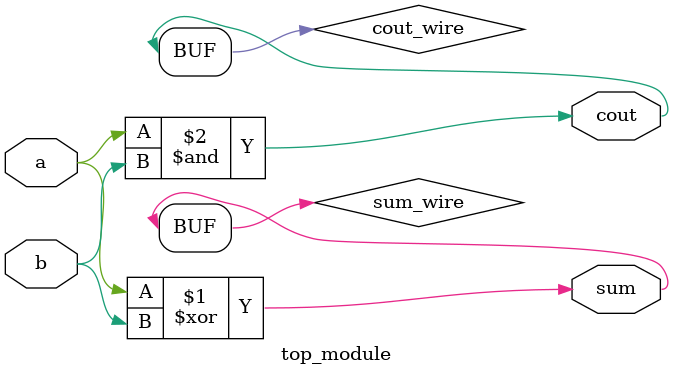
<source format=sv>
module top_module (
	input a,
	input b,
	output sum,
	output cout
);
	// Declare internal wires for the sum and carry-out
	wire sum_wire;
	wire cout_wire;

	// Create the half adder logic
	xor(sum_wire, a, b);
	and(cout_wire, a, b);

	// Assign the internal wires to the output ports
	assign sum = sum_wire;
	assign cout = cout_wire;

endmodule

</source>
